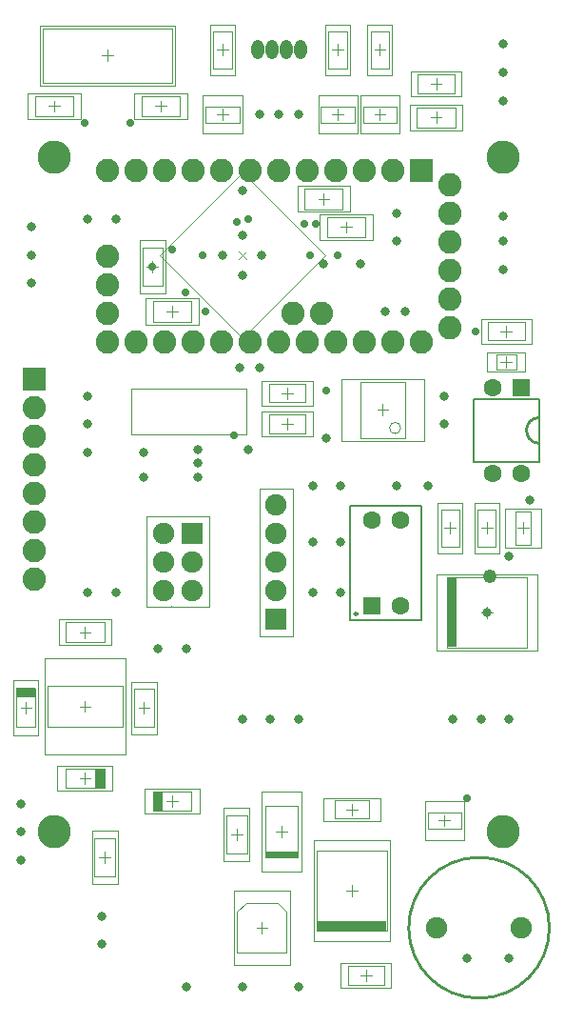
<source format=gbs>
G04*
G04 #@! TF.GenerationSoftware,Altium Limited,Altium Designer,21.3.2 (30)*
G04*
G04 Layer_Color=16711935*
%FSLAX25Y25*%
%MOIN*%
G70*
G04*
G04 #@! TF.SameCoordinates,3F51CCC3-8A4B-4D73-A1D2-239D5F55BC23*
G04*
G04*
G04 #@! TF.FilePolarity,Negative*
G04*
G01*
G75*
%ADD10C,0.01000*%
%ADD12C,0.00787*%
%ADD15C,0.00394*%
%ADD18R,0.03307X0.06692*%
%ADD19R,0.06692X0.03307*%
%ADD20R,0.03765X0.24488*%
%ADD21R,0.24488X0.03765*%
%ADD22R,0.11496X0.02436*%
%ADD23C,0.00197*%
%ADD70C,0.08200*%
%ADD71R,0.08200X0.08200*%
%ADD72C,0.07493*%
%ADD73C,0.06312*%
%ADD74R,0.06312X0.06312*%
%ADD75O,0.04343X0.06706*%
%ADD76R,0.07493X0.07493*%
%ADD77R,0.08200X0.08200*%
%ADD78C,0.11627*%
%ADD79C,0.02800*%
%ADD80C,0.03300*%
%ADD81C,0.04800*%
D10*
X191282Y25589D02*
G03*
X191282Y25492I-24648J-97D01*
G01*
X123937Y135307D02*
G03*
X123937Y135307I-500J0D01*
G01*
X187593Y204036D02*
G03*
X187458Y195049I166J-4497D01*
G01*
D12*
X121437Y173307D02*
X146437D01*
Y133307D02*
Y173307D01*
X121437Y133307D02*
X146437D01*
X121437D02*
Y173307D01*
Y133307D02*
Y173307D01*
X164760Y188567D02*
Y210567D01*
Y188567D02*
X187760D01*
X164760Y210567D02*
X187760D01*
Y188567D02*
Y210567D01*
D15*
X44713Y198209D02*
X85213D01*
Y214209D01*
X44713D02*
X85213D01*
X44713Y198209D02*
Y214209D01*
X72008Y145630D02*
Y161484D01*
X50197Y169543D02*
X62008D01*
X50197Y137953D02*
Y169543D01*
X72008Y161484D02*
Y169543D01*
X58697D02*
X72102D01*
X58858Y137953D02*
Y138043D01*
X50197Y137953D02*
X72102D01*
X72008D02*
Y145630D01*
X89567Y127638D02*
Y179213D01*
X101378D01*
Y127638D02*
Y179213D01*
X89567Y127638D02*
X101378D01*
X82270Y262219D02*
X85053Y259435D01*
X82270Y259435D02*
X85053Y262219D01*
X54570Y260827D02*
X83661Y289918D01*
Y231735D02*
X112753Y260827D01*
X54570D02*
X83661Y231735D01*
Y289918D02*
X112753Y260827D01*
X139173Y200394D02*
G03*
X139173Y200394I-1969J0D01*
G01*
X105512Y284055D02*
X118898D01*
X105512Y276969D02*
X118898D01*
X105512D02*
Y284055D01*
X118898Y276969D02*
Y284055D01*
X59153Y321161D02*
Y340256D01*
X13681Y321161D02*
Y340256D01*
Y321161D02*
X59153D01*
X13681Y340256D02*
X59153D01*
X55709Y250197D02*
Y263583D01*
X48622Y250197D02*
Y263583D01*
X55709D01*
X48622Y250197D02*
X55709D01*
X96063Y34252D02*
X99213Y31102D01*
X81890Y16929D02*
X99213Y16732D01*
X81890Y31102D02*
X85039Y34252D01*
X96063D01*
X99213Y16732D02*
Y31102D01*
X81890Y16929D02*
Y31102D01*
X78150Y64764D02*
X85236D01*
X78150Y51378D02*
X85236D01*
Y64764D01*
X78150Y51378D02*
Y64764D01*
X52362Y66536D02*
X65807D01*
X52362Y73228D02*
X65807D01*
Y66536D02*
Y73228D01*
X52362Y66536D02*
Y73228D01*
X31890Y43504D02*
X38976D01*
X31890Y56890D02*
X38976D01*
X31890Y43504D02*
Y56890D01*
X38976Y43504D02*
Y56890D01*
X21791Y81102D02*
X35236D01*
X21791Y74410D02*
X35236D01*
X21791D02*
Y81102D01*
X35236Y74410D02*
Y81102D01*
X45669Y109055D02*
X52756D01*
X45669Y95669D02*
X52756D01*
Y109055D01*
X45669Y95669D02*
Y109055D01*
X4528Y95847D02*
Y109291D01*
X11220Y95847D02*
Y109291D01*
X4528Y95847D02*
X11220D01*
X4528Y109291D02*
X11220D01*
X35236Y125394D02*
Y132480D01*
X21850Y125394D02*
Y132480D01*
Y125394D02*
X35236D01*
X21850Y132480D02*
X35236D01*
X52362Y237598D02*
Y244685D01*
X65748Y237598D02*
Y244685D01*
X52362D02*
X65748D01*
X52362Y237598D02*
X65748D01*
X113386Y274213D02*
X126772D01*
X113386Y267126D02*
X126772D01*
X113386D02*
Y274213D01*
X126772Y267126D02*
Y274213D01*
X158268Y305512D02*
Y312598D01*
X144882Y305512D02*
Y312598D01*
Y305512D02*
X158268D01*
X144882Y312598D02*
X158268D01*
X48425Y316535D02*
X61811D01*
X48425Y309449D02*
X61811D01*
X48425D02*
Y316535D01*
X61811Y309449D02*
Y316535D01*
X11024Y309449D02*
Y316535D01*
X24409Y309449D02*
Y316535D01*
X11024D02*
X24409D01*
X11024Y309449D02*
X24409D01*
X183287Y123583D02*
Y148071D01*
X155295Y123583D02*
Y148071D01*
Y123583D02*
X183287D01*
X155295Y148071D02*
X183287D01*
X109803Y24390D02*
Y52382D01*
X134291Y24390D02*
Y52382D01*
X109803Y24390D02*
X134291D01*
X109803Y52382D02*
X134291D01*
X91693Y68110D02*
X103189D01*
X91693Y50000D02*
X103189D01*
Y68110D01*
X91693Y50000D02*
Y68110D01*
X172638Y220768D02*
Y226083D01*
X179724Y220768D02*
Y226083D01*
X172638D02*
X179724D01*
X172638Y220768D02*
X179724D01*
X115945Y63878D02*
Y69980D01*
X128150Y63878D02*
Y69980D01*
X115945D02*
X128150D01*
X115945Y63878D02*
X128150D01*
X125000Y216535D02*
X140748D01*
X125000Y196850D02*
X140748D01*
X125000D02*
Y216535D01*
X140748Y196850D02*
Y216535D01*
X179331Y159449D02*
X184843D01*
X179331Y171260D02*
X184843D01*
Y159449D02*
Y171260D01*
X179331Y159449D02*
Y171260D01*
X15354Y95669D02*
X41732D01*
X15354Y110236D02*
X41732D01*
X15354Y95669D02*
Y110236D01*
X41732Y95669D02*
Y110236D01*
X148622Y60236D02*
Y65748D01*
Y60236D02*
X160433D01*
X148622Y65748D02*
X160433D01*
Y60236D02*
Y65748D01*
X82677Y307283D02*
Y312795D01*
X70866D02*
X82677D01*
X70866Y307283D02*
X82677D01*
X70866D02*
Y312795D01*
X123031Y307283D02*
Y312795D01*
X111221D02*
X123031D01*
X111221Y307283D02*
X123031D01*
X111221D02*
Y312795D01*
X137795Y307283D02*
Y312795D01*
X125984D02*
X137795D01*
X125984Y307283D02*
X137795D01*
X125984D02*
Y312795D01*
X153248Y158957D02*
Y171752D01*
X159744Y158957D02*
Y171752D01*
X153248Y158957D02*
X159744D01*
X153248Y171752D02*
X159744D01*
X169783Y237500D02*
X182579D01*
X169783Y231004D02*
X182579D01*
X169783D02*
Y237500D01*
X182579Y231004D02*
Y237500D01*
X172539Y158957D02*
Y171752D01*
X166043Y158957D02*
Y171752D01*
X172539D01*
X166043Y158957D02*
X172539D01*
X120571Y12106D02*
X133366D01*
X120571Y5610D02*
X133366D01*
X120571D02*
Y12106D01*
X133366Y5610D02*
Y12106D01*
X145177Y324114D02*
X157972D01*
X145177Y317618D02*
X157972D01*
X145177D02*
Y324114D01*
X157972Y317618D02*
Y324114D01*
X80020Y326279D02*
Y339075D01*
X73524Y326279D02*
Y339075D01*
X80020D01*
X73524Y326279D02*
X80020D01*
X120374D02*
Y339075D01*
X113878Y326279D02*
Y339075D01*
X120374D01*
X113878Y326279D02*
X120374D01*
X135138D02*
Y339075D01*
X128642Y326279D02*
Y339075D01*
X135138D01*
X128642Y326279D02*
X135138D01*
X93012Y209350D02*
X105807D01*
X93012Y215846D02*
X105807D01*
Y209350D02*
Y215846D01*
X93012Y209350D02*
Y215846D01*
Y198524D02*
X105807D01*
X93012Y205020D02*
X105807D01*
Y198524D02*
Y205020D01*
X93012Y198524D02*
Y205020D01*
X112205Y278543D02*
Y282480D01*
X110236Y280512D02*
X114173D01*
X34449Y330709D02*
X38386D01*
X36417Y328740D02*
Y332677D01*
X50197Y256890D02*
X54134D01*
X52165Y254921D02*
Y258858D01*
X90551Y23622D02*
Y27559D01*
X88583Y25591D02*
X92520D01*
X81693Y56102D02*
Y60039D01*
X79724Y58071D02*
X83661D01*
X59055Y67913D02*
Y71850D01*
X57087Y69882D02*
X61024D01*
X35433Y48228D02*
Y52165D01*
X33465Y50197D02*
X37402D01*
X28543Y75787D02*
Y79724D01*
X26575Y77756D02*
X30512D01*
X49213Y100394D02*
Y104331D01*
X47244Y102362D02*
X51181D01*
X5906Y102598D02*
X9843D01*
X7874Y100630D02*
Y104567D01*
X26575Y128937D02*
X30512D01*
X28543Y126969D02*
Y130905D01*
X57087Y241142D02*
X61024D01*
X59055Y239173D02*
Y243110D01*
X120079Y268701D02*
Y272638D01*
X118110Y270669D02*
X122047D01*
X149606Y309055D02*
X153543D01*
X151575Y307087D02*
Y311024D01*
X55118D02*
Y314961D01*
X53150Y312992D02*
X57087D01*
X15748D02*
X19685D01*
X17717Y311024D02*
Y314961D01*
X167323Y135827D02*
X171260D01*
X169291Y133858D02*
Y137795D01*
X120079Y38386D02*
X124016D01*
X122047Y36417D02*
Y40354D01*
X97441Y57087D02*
Y61024D01*
X95472Y59055D02*
X99409D01*
X174213Y223425D02*
X178150D01*
X176181Y221457D02*
Y225394D01*
X120079Y66929D02*
X124016D01*
X122047Y64961D02*
Y68898D01*
X132874Y204724D02*
Y208661D01*
X130905Y206693D02*
X134843D01*
X182087Y163386D02*
Y167323D01*
X180118Y165354D02*
X184055D01*
X28543Y100984D02*
Y104921D01*
X26575Y102953D02*
X30512D01*
X154528Y61024D02*
Y64961D01*
X152559Y62992D02*
X156496D01*
X76772Y308071D02*
Y312008D01*
X74803Y310039D02*
X78740D01*
X117126Y308071D02*
Y312008D01*
X115157Y310039D02*
X119095D01*
X131890Y308071D02*
Y312008D01*
X129921Y310039D02*
X133858D01*
X154528Y165354D02*
X158465D01*
X156496Y163386D02*
Y167323D01*
X176181Y232283D02*
Y236221D01*
X174213Y234252D02*
X178150D01*
X167323Y165354D02*
X171260D01*
X169291Y163386D02*
Y167323D01*
X126969Y6890D02*
Y10827D01*
X125000Y8858D02*
X128937D01*
X151575Y318898D02*
Y322835D01*
X149606Y320866D02*
X153543D01*
X74803Y332677D02*
X78740D01*
X76772Y330709D02*
Y334646D01*
X115157Y332677D02*
X119095D01*
X117126Y330709D02*
Y334646D01*
X129921Y332677D02*
X133858D01*
X131890Y330709D02*
Y334646D01*
X99410Y210630D02*
Y214567D01*
X97441Y212598D02*
X101378D01*
X99410Y199803D02*
Y203740D01*
X97441Y201772D02*
X101378D01*
D18*
X53959Y69881D02*
D03*
X33640Y77755D02*
D03*
D19*
X7873Y107696D02*
D03*
D20*
X157178Y135827D02*
D03*
D21*
X122047Y26272D02*
D03*
D22*
X97443Y51219D02*
D03*
D23*
X102953Y285039D02*
X121457D01*
X102953Y275984D02*
X121457D01*
X102953D02*
Y285039D01*
X121457Y275984D02*
Y285039D01*
X60138Y320177D02*
Y341240D01*
X12697Y320177D02*
Y341240D01*
Y320177D02*
X60138D01*
X12697Y341240D02*
X60138D01*
X56693Y247638D02*
Y266142D01*
X47638Y247638D02*
Y266142D01*
X56693D01*
X47638Y247638D02*
X56693D01*
X80709Y38583D02*
X100394D01*
X80709Y12598D02*
X100394D01*
Y38583D01*
X80709Y12598D02*
Y38583D01*
X77165Y67323D02*
X86221D01*
X77165Y48819D02*
X86221D01*
Y67323D01*
X77165Y48819D02*
Y67323D01*
X49370Y65551D02*
Y74213D01*
Y65551D02*
X68740D01*
X49370Y74213D02*
X68740D01*
Y65551D02*
Y74213D01*
X30906Y40945D02*
X39961D01*
X30906Y59449D02*
X39961D01*
X30906Y40945D02*
Y59449D01*
X39961Y40945D02*
Y59449D01*
X38228Y73425D02*
Y82087D01*
X18858D02*
X38228D01*
X18858Y73425D02*
X38228D01*
X18858D02*
Y82087D01*
X44685Y111614D02*
X53740D01*
X44685Y93110D02*
X53740D01*
Y111614D01*
X44685Y93110D02*
Y111614D01*
X3543Y112284D02*
X12205D01*
X3543Y92913D02*
Y112284D01*
X12205Y92913D02*
Y112284D01*
X3543Y92913D02*
X12205D01*
X37795Y124409D02*
Y133465D01*
X19291Y124409D02*
Y133465D01*
Y124409D02*
X37795D01*
X19291Y133465D02*
X37795D01*
X49803Y236614D02*
Y245669D01*
X68307Y236614D02*
Y245669D01*
X49803D02*
X68307D01*
X49803Y236614D02*
X68307D01*
X110827Y275197D02*
X129331D01*
X110827Y266142D02*
X129331D01*
X110827D02*
Y275197D01*
X129331Y266142D02*
Y275197D01*
X160827Y304528D02*
Y313583D01*
X142323Y304528D02*
Y313583D01*
Y304528D02*
X160827D01*
X142323Y313583D02*
X160827D01*
X45866Y317520D02*
X64370D01*
X45866Y308465D02*
X64370D01*
X45866D02*
Y317520D01*
X64370Y308465D02*
Y317520D01*
X8465Y308465D02*
Y317520D01*
X26969Y308465D02*
Y317520D01*
X8465D02*
X26969D01*
X8465Y308465D02*
X26969D01*
X187008Y122441D02*
Y149213D01*
X151575Y122441D02*
Y149213D01*
Y122441D02*
X187008D01*
X151575Y149213D02*
X187008D01*
X108661Y20669D02*
Y56102D01*
X135433Y20669D02*
Y56102D01*
X108661Y20669D02*
X135433D01*
X108661Y56102D02*
X135433D01*
X90551Y73055D02*
X104331D01*
X90551Y45055D02*
X104331D01*
Y73055D01*
X90551Y45055D02*
Y73055D01*
X169488Y220079D02*
Y226772D01*
X182874Y220079D02*
Y226772D01*
X169488D02*
X182874D01*
X169488Y220079D02*
X182874D01*
X112008Y62894D02*
Y70965D01*
X132087Y62894D02*
Y70965D01*
X112008D02*
X132087D01*
X112008Y62894D02*
X132087D01*
X118307Y217520D02*
X147441D01*
X118307Y195866D02*
X147441D01*
X118307D02*
Y217520D01*
X147441Y195866D02*
Y217520D01*
X175787Y158465D02*
X188386D01*
X175787Y172244D02*
X188386D01*
Y158465D02*
Y172244D01*
X175787Y158465D02*
Y172244D01*
X14370Y86221D02*
X42717D01*
X14370Y119685D02*
X42717D01*
X14370Y86221D02*
Y119685D01*
X42717Y86221D02*
Y119685D01*
X147638Y69685D02*
X161417D01*
X147638Y56299D02*
X161417D01*
Y69685D01*
X147638Y56299D02*
Y69685D01*
X69882Y303346D02*
X83661D01*
X69882Y316732D02*
X83661D01*
X69882Y303346D02*
Y316732D01*
X83661Y303346D02*
Y316732D01*
X110236Y303346D02*
X124016D01*
X110236Y316732D02*
X124016D01*
X110236Y303346D02*
Y316732D01*
X124016Y303346D02*
Y316732D01*
X125000Y303346D02*
X138779D01*
X125000Y316732D02*
X138779D01*
X125000Y303346D02*
Y316732D01*
X138779Y303346D02*
Y316732D01*
X152165Y156496D02*
Y174213D01*
X160827Y156496D02*
Y174213D01*
X152165Y156496D02*
X160827D01*
X152165Y174213D02*
X160827D01*
X167323Y238583D02*
X185039D01*
X167323Y229921D02*
X185039D01*
X167323D02*
Y238583D01*
X185039Y229921D02*
Y238583D01*
X173622Y156496D02*
Y174213D01*
X164961Y156496D02*
Y174213D01*
X173622D01*
X164961Y156496D02*
X173622D01*
X118110Y13189D02*
X135827D01*
X118110Y4528D02*
X135827D01*
X118110D02*
Y13189D01*
X135827Y4528D02*
Y13189D01*
X142717Y325197D02*
X160433D01*
X142717Y316535D02*
X160433D01*
X142717D02*
Y325197D01*
X160433Y316535D02*
Y325197D01*
X81102Y323819D02*
Y341535D01*
X72441Y323819D02*
Y341535D01*
X81102D01*
X72441Y323819D02*
X81102D01*
X121457D02*
Y341535D01*
X112795Y323819D02*
Y341535D01*
X121457D01*
X112795Y323819D02*
X121457D01*
X136221D02*
Y341535D01*
X127559Y323819D02*
Y341535D01*
X136221D01*
X127559Y323819D02*
X136221D01*
X90551Y208268D02*
X108268D01*
X90551Y216929D02*
X108268D01*
Y208268D02*
Y216929D01*
X90551Y208268D02*
Y216929D01*
Y197441D02*
X108268D01*
X90551Y206102D02*
X108268D01*
Y197441D02*
Y206102D01*
X90551Y197441D02*
Y206102D01*
D70*
X10827Y147638D02*
D03*
Y157638D02*
D03*
Y167638D02*
D03*
Y177638D02*
D03*
Y187638D02*
D03*
Y197638D02*
D03*
Y207638D02*
D03*
X136417Y290354D02*
D03*
X126417D02*
D03*
X116417D02*
D03*
X106417D02*
D03*
X96417D02*
D03*
X86417D02*
D03*
X76417D02*
D03*
X66417D02*
D03*
X56417D02*
D03*
X46417D02*
D03*
X36417D02*
D03*
Y230354D02*
D03*
X46417D02*
D03*
X56417D02*
D03*
X66417D02*
D03*
X76417D02*
D03*
X86417D02*
D03*
X96417D02*
D03*
X106417D02*
D03*
X116417D02*
D03*
X126417D02*
D03*
X136417D02*
D03*
X146417D02*
D03*
X156417Y235354D02*
D03*
Y245354D02*
D03*
Y255354D02*
D03*
Y265354D02*
D03*
Y275354D02*
D03*
Y285354D02*
D03*
X36417Y240354D02*
D03*
Y250354D02*
D03*
Y260354D02*
D03*
X101417Y240354D02*
D03*
X111417D02*
D03*
D71*
X10827Y217638D02*
D03*
D72*
X181496Y25591D02*
D03*
X151575D02*
D03*
X56102Y163543D02*
D03*
Y153543D02*
D03*
Y143543D02*
D03*
X66102Y153543D02*
D03*
Y143543D02*
D03*
X95472Y173543D02*
D03*
Y163543D02*
D03*
Y143543D02*
D03*
Y153543D02*
D03*
D73*
X171260Y184567D02*
D03*
X181260D02*
D03*
X171260Y214567D02*
D03*
X138937Y138307D02*
D03*
X128937Y168307D02*
D03*
X138937D02*
D03*
D74*
X181260Y214567D02*
D03*
X128937Y138307D02*
D03*
D75*
X98957Y332677D02*
D03*
X93957D02*
D03*
X88957D02*
D03*
X103957D02*
D03*
D76*
X66102Y163543D02*
D03*
X95472Y133543D02*
D03*
D77*
X146417Y290354D02*
D03*
D78*
X17717Y59055D02*
D03*
X175197D02*
D03*
X175197Y295276D02*
D03*
X17717D02*
D03*
D79*
X52165Y256890D02*
D03*
X59055Y262795D02*
D03*
X69882Y260827D02*
D03*
X117126D02*
D03*
X107283D02*
D03*
X105315Y271654D02*
D03*
X109252D02*
D03*
X63703Y247691D02*
D03*
X70866Y241142D02*
D03*
X28543Y307087D02*
D03*
X44291D02*
D03*
X81693Y272638D02*
D03*
X85630Y273622D02*
D03*
X162402Y70866D02*
D03*
X165354Y234252D02*
D03*
X80709Y197835D02*
D03*
X113189Y213583D02*
D03*
D80*
X184375Y175303D02*
D03*
X89567Y221457D02*
D03*
X82677D02*
D03*
X133858Y241142D02*
D03*
X140755Y241210D02*
D03*
X154528Y201772D02*
D03*
Y211614D02*
D03*
X113189Y196850D02*
D03*
X148622Y180118D02*
D03*
X137795D02*
D03*
X177165Y155512D02*
D03*
X169291Y135827D02*
D03*
X118110Y142717D02*
D03*
X108268D02*
D03*
X118110Y180118D02*
D03*
X108268D02*
D03*
X118110Y160433D02*
D03*
X108268D02*
D03*
X177165Y98425D02*
D03*
X167323D02*
D03*
X157480D02*
D03*
X177165Y14764D02*
D03*
X162402D02*
D03*
X103347Y4921D02*
D03*
X83661D02*
D03*
X63976D02*
D03*
X34449Y19685D02*
D03*
Y29528D02*
D03*
X5906Y49213D02*
D03*
Y59055D02*
D03*
Y68898D02*
D03*
X103347Y98425D02*
D03*
X93504D02*
D03*
X83661D02*
D03*
X63976Y123031D02*
D03*
X54134D02*
D03*
X39370Y142717D02*
D03*
X29528D02*
D03*
X49213Y183071D02*
D03*
Y191929D02*
D03*
X29528D02*
D03*
Y201772D02*
D03*
Y211614D02*
D03*
X9843Y250984D02*
D03*
Y260827D02*
D03*
Y270669D02*
D03*
X29528Y273622D02*
D03*
X39370D02*
D03*
X83661Y283465D02*
D03*
X112205Y257874D02*
D03*
X125000D02*
D03*
X137795Y265748D02*
D03*
Y275590D02*
D03*
X175197Y255906D02*
D03*
Y265748D02*
D03*
Y274606D02*
D03*
Y314961D02*
D03*
Y324803D02*
D03*
Y334646D02*
D03*
X89567Y310039D02*
D03*
X96457D02*
D03*
X103347D02*
D03*
X83661Y253937D02*
D03*
X90551Y260827D02*
D03*
X83661Y267717D02*
D03*
X76772Y260827D02*
D03*
X85630Y192913D02*
D03*
X67913Y183071D02*
D03*
Y187992D02*
D03*
Y192913D02*
D03*
D81*
X170276Y148622D02*
D03*
M02*

</source>
